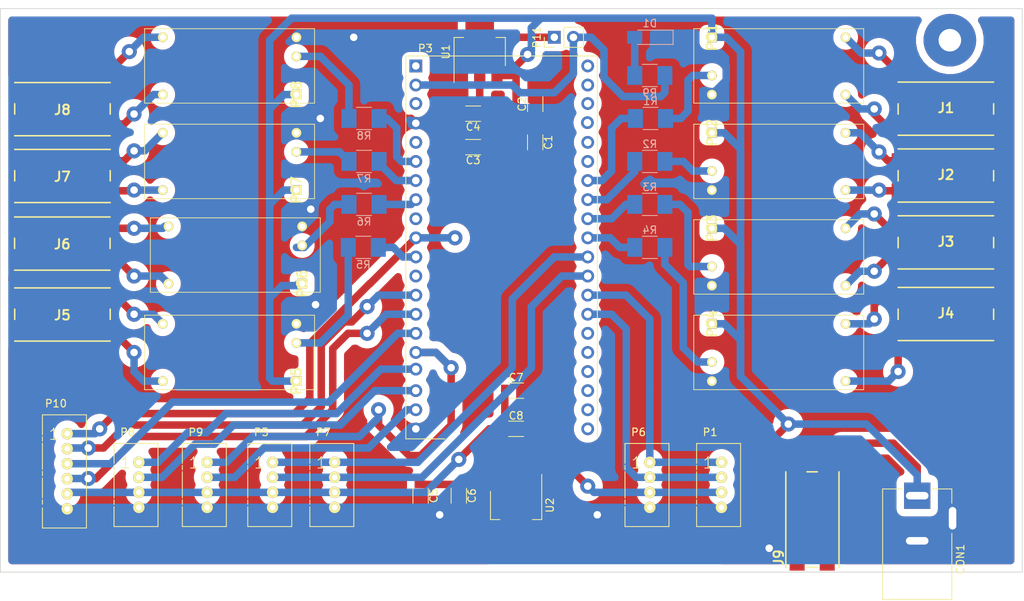
<source format=kicad_pcb>
(kicad_pcb (version 20171130) (host pcbnew "(5.1.0)-1")
  (layers (0 F.Cu signal) (31 B.Cu signal) (34 B.Paste user) (35 F.Paste user) (36 B.SilkS user) (37 F.SilkS user) (38 B.Mask user) (39 F.Mask user) (44 Edge.Cuts user))
  (net 0 "")
  (net 1 /VCC24)
  (net 2 GND)
  (net 3 "Net-(C3-Pad1)")
  (net 4 /VCC_1)
  (net 5 "Net-(D1-Pad2)")
  (net 6 "Net-(J1-Pad1)")
  (net 7 "Net-(J1-Pad3)")
  (net 8 "Net-(J2-Pad1)")
  (net 9 "Net-(J2-Pad3)")
  (net 10 "Net-(J3-Pad1)")
  (net 11 "Net-(J3-Pad3)")
  (net 12 "Net-(J4-Pad1)")
  (net 13 "Net-(J4-Pad3)")
  (net 14 "Net-(J5-Pad1)")
  (net 15 "Net-(J5-Pad3)")
  (net 16 "Net-(J6-Pad1)")
  (net 17 "Net-(J6-Pad3)")
  (net 18 "Net-(J7-Pad1)")
  (net 19 "Net-(J7-Pad3)")
  (net 20 "Net-(J8-Pad1)")
  (net 21 "Net-(J8-Pad3)")
  (net 22 /Ain1)
  (net 23 /Ain2)
  (net 24 "Net-(P11-Pad2)")
  (net 25 /PWM08_)
  (net 26 /PWM07_)
  (net 27 /Din1)
  (net 28 /CS)
  (net 29 /Din2)
  (net 30 /SCLK)
  (net 31 /MOSI)
  (net 32 /MISO)
  (net 33 /SCL)
  (net 34 /RX)
  (net 35 /TX)
  (net 36 /SDA)
  (net 37 "Net-(P3-Pad27)")
  (net 38 "Net-(P3-Pad28)")
  (net 39 "Net-(P3-Pad29)")
  (net 40 "Net-(P3-Pad30)")
  (net 41 /PWM01)
  (net 42 /PWM02)
  (net 43 /PWM03)
  (net 44 /PWM04)
  (net 45 /PWM05)
  (net 46 /PWM06)
  (net 47 /PWM07)
  (net 48 /PWM08)
  (net 49 /PWM06_)
  (net 50 /PWM05_)
  (module fp:connect_esp32Thing (layer F.Cu) (at 133.985 58.42)
    (fp_text reference P3 (at 1.27 -2.33) (layer F.SilkS))
    (fp_text value ESP32_sparkfun)
    (pad 1 thru_hole rect (at 0 0) (size 1.7 1.7) (drill 1) (layers *.Cu *.Mask))
    (pad 2 thru_hole oval (at 0 2.54) (size 1.7 1.7) (drill 1) (layers *.Cu *.Mask) (net 24 "Net-(P11-Pad2)"))
    (pad 3 thru_hole oval (at 0 5) (size 1.7 1.7) (drill 1) (layers *.Cu *.Mask))
    (pad 4 thru_hole oval (at 0 7.62) (size 1.7 1.7) (drill 1) (layers *.Cu *.Mask) (net 2 GND))
    (pad 5 thru_hole oval (at 0 10.16) (size 1.7 1.7) (drill 1) (layers *.Cu *.Mask))
    (pad 6 thru_hole oval (at 0 12.7) (size 1.7 1.7) (drill 1) (layers *.Cu *.Mask) (net 25 /PWM08_))
    (pad 7 thru_hole oval (at 0 15.24) (size 1.7 1.7) (drill 1) (layers *.Cu *.Mask) (net 26 /PWM07_))
    (pad 8 thru_hole oval (at 0 17.78) (size 1.7 1.7) (drill 1) (layers *.Cu *.Mask) (net 49 /PWM06_))
    (pad 9 thru_hole oval (at 0 20.32) (size 1.7 1.7) (drill 1) (layers *.Cu *.Mask))
    (pad 10 thru_hole oval (at 0 22.86) (size 1.7 1.7) (drill 1) (layers *.Cu *.Mask) (net 28 /CS))
    (pad 11 thru_hole oval (at 0 25.4) (size 1.7 1.7) (drill 1) (layers *.Cu *.Mask) (net 50 /PWM05_))
    (pad 12 thru_hole oval (at 0 27.94) (size 1.7 1.7) (drill 1) (layers *.Cu *.Mask))
    (pad 13 thru_hole oval (at 0 30.48) (size 1.7 1.7) (drill 1) (layers *.Cu *.Mask) (net 30 /SCLK))
    (pad 14 thru_hole oval (at 0 33.02) (size 1.7 1.7) (drill 1) (layers *.Cu *.Mask) (net 31 /MOSI))
    (pad 15 thru_hole oval (at 0 35.56) (size 1.7 1.7) (drill 1) (layers *.Cu *.Mask) (net 32 /MISO))
    (pad 16 thru_hole oval (at 0 38.1) (size 1.7 1.7) (drill 1) (layers *.Cu *.Mask) (net 33 /SCL))
    (pad 17 thru_hole oval (at 0 40.32) (size 1.7 1.7) (drill 1) (layers *.Cu *.Mask) (net 34 /RX))
    (pad 18 thru_hole oval (at 0 43.18) (size 1.7 1.7) (drill 1) (layers *.Cu *.Mask) (net 35 /TX))
    (pad 19 thru_hole oval (at 0 45.72) (size 1.7 1.7) (drill 1) (layers *.Cu *.Mask) (net 36 /SDA))
    (pad 20 thru_hole oval (at 0 48.26) (size 1.7 1.7) (drill 1) (layers *.Cu *.Mask) (net 2 GND))
    (pad 21 thru_hole oval (at 22.86 0) (size 1.7 1.7) (drill 1) (layers *.Cu *.Mask))
    (pad 22 thru_hole oval (at 22.86 2.54) (size 1.7 1.7) (drill 1) (layers *.Cu *.Mask))
    (pad 23 thru_hole oval (at 22.86 5) (size 1.7 1.7) (drill 1) (layers *.Cu *.Mask))
    (pad 24 thru_hole oval (at 22.82 7.54) (size 1.7 1.7) (drill 1) (layers *.Cu *.Mask))
    (pad 25 thru_hole oval (at 22.86 10.16) (size 1.7 1.7) (drill 1) (layers *.Cu *.Mask))
    (pad 26 thru_hole oval (at 22.86 12.7) (size 1.7 1.7) (drill 1) (layers *.Cu *.Mask))
    (pad 27 thru_hole oval (at 22.86 15.24) (size 1.7 1.7) (drill 1) (layers *.Cu *.Mask) (net 37 "Net-(P3-Pad27)"))
    (pad 28 thru_hole oval (at 22.86 17.78) (size 1.7 1.7) (drill 1) (layers *.Cu *.Mask) (net 38 "Net-(P3-Pad28)"))
    (pad 29 thru_hole oval (at 22.86 20.32) (size 1.7 1.7) (drill 1) (layers *.Cu *.Mask) (net 39 "Net-(P3-Pad29)"))
    (pad 30 thru_hole oval (at 22.86 22.86) (size 1.7 1.7) (drill 1) (layers *.Cu *.Mask) (net 40 "Net-(P3-Pad30)"))
    (pad 31 thru_hole oval (at 22.86 25.4) (size 1.7 1.7) (drill 1) (layers *.Cu *.Mask) (net 27 /Din1))
    (pad 32 thru_hole oval (at 22.86 27.94) (size 1.7 1.7) (drill 1) (layers *.Cu *.Mask) (net 29 /Din2))
    (pad 33 thru_hole oval (at 22.86 30.48) (size 1.7 1.7) (drill 1) (layers *.Cu *.Mask) (net 22 /Ain1))
    (pad 34 thru_hole oval (at 22.86 33.02) (size 1.7 1.7) (drill 1) (layers *.Cu *.Mask) (net 23 /Ain2))
    (pad 35 thru_hole oval (at 22.86 35.56) (size 1.7 1.7) (drill 1) (layers *.Cu *.Mask))
    (pad 36 thru_hole oval (at 22.86 38.1) (size 1.7 1.7) (drill 1) (layers *.Cu *.Mask))
    (pad 37 thru_hole oval (at 22.86 40.64) (size 1.7 1.7) (drill 1) (layers *.Cu *.Mask))
    (pad 38 thru_hole oval (at 22.86 43.18) (size 1.7 1.7) (drill 1) (layers *.Cu *.Mask))
    (pad 39 thru_hole oval (at 22.86 45.72) (size 1.7 1.7) (drill 1) (layers *.Cu *.Mask))
    (pad 40 thru_hole oval (at 22.86 48.26) (size 1.7 1.7) (drill 1) (layers *.Cu *.Mask))
  )
  (module Capacitors_SMD:C_1206 (layer F.Cu) (at 149.86 68.58 270)
    (fp_text reference C1 (at 0 -1.75 270) (layer F.SilkS))
    (fp_text value C)
    (pad 1 smd rect (at -1.5 0 270) (size 1 1.6) (layers F.Cu F.Paste F.Mask) (net 1 /VCC24))
    (pad 2 smd rect (at 1.5 0 270) (size 1 1.6) (layers F.Cu F.Paste F.Mask) (net 2 GND))
  )
  (module Capacitors_SMD:C_1206 (layer F.Cu) (at 149.86 63.5 90)
    (fp_text reference C2 (at 0 -1.75 90) (layer F.SilkS))
    (fp_text value C)
    (pad 1 smd rect (at -1.5 0 90) (size 1 1.6) (layers F.Cu F.Paste F.Mask) (net 1 /VCC24))
    (pad 2 smd rect (at 1.5 0 90) (size 1 1.6) (layers F.Cu F.Paste F.Mask) (net 2 GND))
  )
  (module Capacitors_SMD:C_1206 (layer F.Cu) (at 141.605 69.215 180)
    (fp_text reference C3 (at 0 -1.75 180) (layer F.SilkS))
    (fp_text value C)
    (pad 1 smd rect (at -1.5 0 180) (size 1 1.6) (layers F.Cu F.Paste F.Mask) (net 3 "Net-(C3-Pad1)"))
    (pad 2 smd rect (at 1.5 0 180) (size 1 1.6) (layers F.Cu F.Paste F.Mask) (net 2 GND))
  )
  (module Capacitors_SMD:C_1206 (layer F.Cu) (at 141.605 64.77 180)
    (fp_text reference C4 (at 0 -1.75 180) (layer F.SilkS))
    (fp_text value C)
    (pad 1 smd rect (at -1.5 0 180) (size 1 1.6) (layers F.Cu F.Paste F.Mask) (net 3 "Net-(C3-Pad1)"))
    (pad 2 smd rect (at 1.5 0 180) (size 1 1.6) (layers F.Cu F.Paste F.Mask) (net 2 GND))
  )
  (module Capacitors_SMD:C_1206 (layer F.Cu) (at 134.62 115.57 270)
    (fp_text reference C5 (at 0 -1.75 270) (layer F.SilkS))
    (fp_text value C)
    (pad 1 smd rect (at -1.5 0 270) (size 1 1.6) (layers F.Cu F.Paste F.Mask) (net 1 /VCC24))
    (pad 2 smd rect (at 1.5 0 270) (size 1 1.6) (layers F.Cu F.Paste F.Mask) (net 2 GND))
  )
  (module Capacitors_SMD:C_1206 (layer F.Cu) (at 139.7 115.57 270)
    (fp_text reference C6 (at 0 -1.75 270) (layer F.SilkS))
    (fp_text value C)
    (pad 1 smd rect (at -1.5 0 270) (size 1 1.6) (layers F.Cu F.Paste F.Mask) (net 1 /VCC24))
    (pad 2 smd rect (at 1.5 0 270) (size 1 1.6) (layers F.Cu F.Paste F.Mask) (net 2 GND))
  )
  (module Capacitors_SMD:C_1206 (layer F.Cu) (at 147.32 101.6)
    (fp_text reference C7 (at 0 -1.75) (layer F.SilkS))
    (fp_text value C)
    (pad 1 smd rect (at -1.5 0) (size 1 1.6) (layers F.Cu F.Paste F.Mask) (net 4 /VCC_1))
    (pad 2 smd rect (at 1.5 0) (size 1 1.6) (layers F.Cu F.Paste F.Mask) (net 2 GND))
  )
  (module Capacitors_SMD:C_1206 (layer F.Cu) (at 147.32 106.68)
    (fp_text reference C8 (at 0 -1.75) (layer F.SilkS))
    (fp_text value C)
    (pad 1 smd rect (at -1.5 0) (size 1 1.6) (layers F.Cu F.Paste F.Mask) (net 4 /VCC_1))
    (pad 2 smd rect (at 1.5 0) (size 1 1.6) (layers F.Cu F.Paste F.Mask) (net 2 GND))
  )
  (module Connect:BARREL_JACK (layer F.Cu) (at 200.66 115.57 90)
    (fp_text reference CON1 (at -8.45 5.75 -90) (layer F.SilkS))
    (fp_text value BARREL_JACK)
    (pad 1 thru_hole rect (at 0 0 90) (size 3.5 3.5) (drill oval 1 3) (layers *.Cu *.Mask) (net 1 /VCC24))
    (pad 2 thru_hole rect (at -6 0 90) (size 3.5 3.5) (drill oval 1 3) (layers *.Cu *.Mask) (net 2 GND))
    (pad 3 thru_hole rect (at -3 4.7 90) (size 3.5 3.5) (drill oval 3 1) (layers *.Cu *.Mask) (net 2 GND))
  )
  (module LEDs:LED_1206_HandSoldering (layer B.Cu) (at 165.1 54.61 180)
    (fp_text reference D1 (at 0 1.85 180) (layer B.SilkS) (effects (justify mirror)))
    (fp_text value LED)
    (pad 1 smd rect (at -2 0 180) (size 2 1.7) (layers B.Cu B.Paste B.Mask) (net 2 GND))
    (pad 2 smd rect (at 2 0 180) (size 2 1.7) (layers B.Cu B.Paste B.Mask) (net 5 "Net-(D1-Pad2)"))
  )
  (module fp:2060-452998-404 (layer F.Cu) (at 210.82 64.135 180)
    (fp_text reference J1 (at 6.33802 0.12686 180) (layer F.SilkS) (effects (font (size 1.27 1.27) (thickness 0.254))))
    (fp_text value connector hide)
    (pad 1 smd rect (at 11.808 2 270) (size 2 3.5) (layers F.Cu F.Paste F.Mask) (net 6 "Net-(J1-Pad1)"))
    (pad 2 smd rect (at 2.558 2 270) (size 2 6) (layers F.Cu F.Paste F.Mask))
    (pad 3 smd rect (at 11.808 -2 270) (size 2 3.5) (layers F.Cu F.Paste F.Mask) (net 7 "Net-(J1-Pad3)"))
    (pad 4 smd rect (at 2.558 -2 270) (size 2 6) (layers F.Cu F.Paste F.Mask))
  )
  (module fp:2060-452998-404 (layer F.Cu) (at 210.82 73.025 180)
    (fp_text reference J2 (at 6.33802 0.12686 180) (layer F.SilkS) (effects (font (size 1.27 1.27) (thickness 0.254))))
    (fp_text value connector hide)
    (pad 1 smd rect (at 11.808 2 270) (size 2 3.5) (layers F.Cu F.Paste F.Mask) (net 8 "Net-(J2-Pad1)"))
    (pad 2 smd rect (at 2.558 2 270) (size 2 6) (layers F.Cu F.Paste F.Mask))
    (pad 3 smd rect (at 11.808 -2 270) (size 2 3.5) (layers F.Cu F.Paste F.Mask) (net 9 "Net-(J2-Pad3)"))
    (pad 4 smd rect (at 2.558 -2 270) (size 2 6) (layers F.Cu F.Paste F.Mask))
  )
  (module fp:2060-452998-404 (layer F.Cu) (at 210.82 81.915 180)
    (fp_text reference J3 (at 6.33802 0.12686 180) (layer F.SilkS) (effects (font (size 1.27 1.27) (thickness 0.254))))
    (fp_text value connector hide)
    (pad 1 smd rect (at 11.808 2 270) (size 2 3.5) (layers F.Cu F.Paste F.Mask) (net 10 "Net-(J3-Pad1)"))
    (pad 2 smd rect (at 2.558 2 270) (size 2 6) (layers F.Cu F.Paste F.Mask))
    (pad 3 smd rect (at 11.808 -2 270) (size 2 3.5) (layers F.Cu F.Paste F.Mask) (net 11 "Net-(J3-Pad3)"))
    (pad 4 smd rect (at 2.558 -2 270) (size 2 6) (layers F.Cu F.Paste F.Mask))
  )
  (module fp:2060-452998-404 (layer F.Cu) (at 210.82 91.44 180)
    (fp_text reference J4 (at 6.33802 0.12686 180) (layer F.SilkS) (effects (font (size 1.27 1.27) (thickness 0.254))))
    (fp_text value connector hide)
    (pad 1 smd rect (at 11.808 2 270) (size 2 3.5) (layers F.Cu F.Paste F.Mask) (net 12 "Net-(J4-Pad1)"))
    (pad 2 smd rect (at 2.558 2 270) (size 2 6) (layers F.Cu F.Paste F.Mask))
    (pad 3 smd rect (at 11.808 -2 270) (size 2 3.5) (layers F.Cu F.Paste F.Mask) (net 13 "Net-(J4-Pad3)"))
    (pad 4 smd rect (at 2.558 -2 270) (size 2 6) (layers F.Cu F.Paste F.Mask))
  )
  (module fp:2060-452998-404 (layer F.Cu) (at 80.645 91.44)
    (fp_text reference J5 (at 6.33802 0.12686) (layer F.SilkS) (effects (font (size 1.27 1.27) (thickness 0.254))))
    (fp_text value connector hide)
    (pad 1 smd rect (at 11.808 2 90) (size 2 3.5) (layers F.Cu F.Paste F.Mask) (net 14 "Net-(J5-Pad1)"))
    (pad 2 smd rect (at 2.558 2 90) (size 2 6) (layers F.Cu F.Paste F.Mask))
    (pad 3 smd rect (at 11.808 -2 90) (size 2 3.5) (layers F.Cu F.Paste F.Mask) (net 15 "Net-(J5-Pad3)"))
    (pad 4 smd rect (at 2.558 -2 90) (size 2 6) (layers F.Cu F.Paste F.Mask))
  )
  (module fp:2060-452998-404 (layer F.Cu) (at 80.627 82.01)
    (fp_text reference J6 (at 6.33802 0.12686) (layer F.SilkS) (effects (font (size 1.27 1.27) (thickness 0.254))))
    (fp_text value connector hide)
    (pad 1 smd rect (at 11.808 2 90) (size 2 3.5) (layers F.Cu F.Paste F.Mask) (net 16 "Net-(J6-Pad1)"))
    (pad 2 smd rect (at 2.558 2 90) (size 2 6) (layers F.Cu F.Paste F.Mask))
    (pad 3 smd rect (at 11.808 -2 90) (size 2 3.5) (layers F.Cu F.Paste F.Mask) (net 17 "Net-(J6-Pad3)"))
    (pad 4 smd rect (at 2.558 -2 90) (size 2 6) (layers F.Cu F.Paste F.Mask))
  )
  (module fp:2060-452998-404 (layer F.Cu) (at 80.645 73.025)
    (fp_text reference J7 (at 6.33802 0.12686) (layer F.SilkS) (effects (font (size 1.27 1.27) (thickness 0.254))))
    (fp_text value connector hide)
    (pad 1 smd rect (at 11.808 2 90) (size 2 3.5) (layers F.Cu F.Paste F.Mask) (net 18 "Net-(J7-Pad1)"))
    (pad 2 smd rect (at 2.558 2 90) (size 2 6) (layers F.Cu F.Paste F.Mask))
    (pad 3 smd rect (at 11.808 -2 90) (size 2 3.5) (layers F.Cu F.Paste F.Mask) (net 19 "Net-(J7-Pad3)"))
    (pad 4 smd rect (at 2.558 -2 90) (size 2 6) (layers F.Cu F.Paste F.Mask))
  )
  (module fp:2060-452998-404 (layer F.Cu) (at 186.69 125.095 90)
    (fp_text reference J9 (at 1.27 -4.445 90) (layer F.SilkS) (effects (font (size 1.27 1.27) (thickness 0.254))))
    (fp_text value connector hide)
    (pad 1 smd rect (at 11.808 2 180) (size 2 3.5) (layers F.Cu F.Paste F.Mask) (net 1 /VCC24))
    (pad 2 smd rect (at 2.558 2 180) (size 2 6) (layers F.Cu F.Paste F.Mask))
    (pad 3 smd rect (at 11.808 -2 180) (size 2 3.5) (layers F.Cu F.Paste F.Mask) (net 2 GND))
    (pad 4 smd rect (at 2.558 -2 180) (size 2 6) (layers F.Cu F.Paste F.Mask))
  )
  (module fp:Grove_1x04 (layer F.Cu) (at 174.625 111.125)
    (fp_text reference P1 (at -1.5 -4) (layer F.SilkS))
    (fp_text value CONN_A0-1)
    (fp_text user 1 (at -1.775 0.075) (layer F.SilkS) (effects (font (size 1.5 1.5) (thickness 0.12))))
    (pad 1 thru_hole circle (at 0 0) (size 1.524 1.524) (drill 0.762) (layers *.Cu *.Mask F.SilkS) (net 22 /Ain1))
    (pad 2 thru_hole circle (at 0 2) (size 1.524 1.524) (drill 0.762) (layers *.Cu *.Mask F.SilkS) (net 23 /Ain2))
    (pad 3 thru_hole circle (at 0 4) (size 1.524 1.524) (drill 0.762) (layers *.Cu *.Mask F.SilkS) (net 4 /VCC_1))
    (pad 4 thru_hole circle (at 0 6) (size 1.524 1.524) (drill 0.762) (layers *.Cu *.Mask F.SilkS) (net 2 GND))
  )
  (module fp:Grove_1x04 (layer F.Cu) (at 114.935 111.125)
    (fp_text reference P5 (at -1.5 -4) (layer F.SilkS))
    (fp_text value CONN_D0-1)
    (fp_text user 1 (at -1.775 0.075) (layer F.SilkS) (effects (font (size 1.5 1.5) (thickness 0.12))))
    (pad 1 thru_hole circle (at 0 0) (size 1.524 1.524) (drill 0.762) (layers *.Cu *.Mask F.SilkS) (net 27 /Din1))
    (pad 2 thru_hole circle (at 0 2) (size 1.524 1.524) (drill 0.762) (layers *.Cu *.Mask F.SilkS) (net 29 /Din2))
    (pad 3 thru_hole circle (at 0 4) (size 1.524 1.524) (drill 0.762) (layers *.Cu *.Mask F.SilkS) (net 4 /VCC_1))
    (pad 4 thru_hole circle (at 0 6) (size 1.524 1.524) (drill 0.762) (layers *.Cu *.Mask F.SilkS) (net 2 GND))
  )
  (module fp:Grove_1x04 (layer F.Cu) (at 165.1 111.125)
    (fp_text reference P6 (at -1.5 -4) (layer F.SilkS))
    (fp_text value CONN_A0-1)
    (fp_text user 1 (at -1.775 0.075) (layer F.SilkS) (effects (font (size 1.5 1.5) (thickness 0.12))))
    (pad 1 thru_hole circle (at 0 0) (size 1.524 1.524) (drill 0.762) (layers *.Cu *.Mask F.SilkS) (net 22 /Ain1))
    (pad 2 thru_hole circle (at 0 2) (size 1.524 1.524) (drill 0.762) (layers *.Cu *.Mask F.SilkS) (net 23 /Ain2))
    (pad 3 thru_hole circle (at 0 4) (size 1.524 1.524) (drill 0.762) (layers *.Cu *.Mask F.SilkS) (net 4 /VCC_1))
    (pad 4 thru_hole circle (at 0 6) (size 1.524 1.524) (drill 0.762) (layers *.Cu *.Mask F.SilkS) (net 2 GND))
  )
  (module fp:Grove_1x04 (layer F.Cu) (at 123.19 111.125)
    (fp_text reference P7 (at -1.5 -4) (layer F.SilkS))
    (fp_text value CONN_D0-1)
    (fp_text user 1 (at -1.775 0.075) (layer F.SilkS) (effects (font (size 1.5 1.5) (thickness 0.12))))
    (pad 1 thru_hole circle (at 0 0) (size 1.524 1.524) (drill 0.762) (layers *.Cu *.Mask F.SilkS) (net 27 /Din1))
    (pad 2 thru_hole circle (at 0 2) (size 1.524 1.524) (drill 0.762) (layers *.Cu *.Mask F.SilkS) (net 29 /Din2))
    (pad 3 thru_hole circle (at 0 4) (size 1.524 1.524) (drill 0.762) (layers *.Cu *.Mask F.SilkS) (net 4 /VCC_1))
    (pad 4 thru_hole circle (at 0 6) (size 1.524 1.524) (drill 0.762) (layers *.Cu *.Mask F.SilkS) (net 2 GND))
  )
  (module fp:Grove_1x04 (layer F.Cu) (at 97.155 111.125)
    (fp_text reference P8 (at -1.5 -4) (layer F.SilkS))
    (fp_text value CONN_UART)
    (fp_text user 1 (at -1.775 0.075) (layer F.SilkS) (effects (font (size 1.5 1.5) (thickness 0.12))))
    (pad 1 thru_hole circle (at 0 0) (size 1.524 1.524) (drill 0.762) (layers *.Cu *.Mask F.SilkS) (net 34 /RX))
    (pad 2 thru_hole circle (at 0 2) (size 1.524 1.524) (drill 0.762) (layers *.Cu *.Mask F.SilkS) (net 35 /TX))
    (pad 3 thru_hole circle (at 0 4) (size 1.524 1.524) (drill 0.762) (layers *.Cu *.Mask F.SilkS) (net 4 /VCC_1))
    (pad 4 thru_hole circle (at 0 6) (size 1.524 1.524) (drill 0.762) (layers *.Cu *.Mask F.SilkS) (net 2 GND))
  )
  (module fp:Grove_1x04 (layer F.Cu) (at 106.235 111.125)
    (fp_text reference P9 (at -1.5 -4) (layer F.SilkS))
    (fp_text value CONN_I2C)
    (fp_text user 1 (at -1.775 0.075) (layer F.SilkS) (effects (font (size 1.5 1.5) (thickness 0.12))))
    (pad 1 thru_hole circle (at 0 0) (size 1.524 1.524) (drill 0.762) (layers *.Cu *.Mask F.SilkS) (net 33 /SCL))
    (pad 2 thru_hole circle (at 0 2) (size 1.524 1.524) (drill 0.762) (layers *.Cu *.Mask F.SilkS) (net 36 /SDA))
    (pad 3 thru_hole circle (at 0 4) (size 1.524 1.524) (drill 0.762) (layers *.Cu *.Mask F.SilkS) (net 4 /VCC_1))
    (pad 4 thru_hole circle (at 0 6) (size 1.524 1.524) (drill 0.762) (layers *.Cu *.Mask F.SilkS) (net 2 GND))
  )
  (module fp:Grove_1x06 (layer F.Cu) (at 87.63 107.315)
    (fp_text reference P10 (at -1.5 -4) (layer F.SilkS))
    (fp_text value CONN_01X06)
    (fp_text user 1 (at -1.775 0.075) (layer F.SilkS) (effects (font (size 1.5 1.5) (thickness 0.12))))
    (pad 1 thru_hole circle (at 0 0) (size 1.524 1.524) (drill 0.762) (layers *.Cu *.Mask F.SilkS) (net 28 /CS))
    (pad 2 thru_hole circle (at 0 2) (size 1.524 1.524) (drill 0.762) (layers *.Cu *.Mask F.SilkS) (net 30 /SCLK))
    (pad 3 thru_hole circle (at 0 4) (size 1.524 1.524) (drill 0.762) (layers *.Cu *.Mask F.SilkS) (net 32 /MISO))
    (pad 4 thru_hole circle (at 0 6) (size 1.524 1.524) (drill 0.762) (layers *.Cu *.Mask F.SilkS) (net 31 /MOSI))
    (pad 5 thru_hole circle (at 0 8) (size 1.524 1.524) (drill 0.762) (layers *.Cu *.Mask F.SilkS) (net 4 /VCC_1))
    (pad 6 thru_hole circle (at 0 10) (size 1.524 1.524) (drill 0.762) (layers *.Cu *.Mask F.SilkS) (net 2 GND))
  )
  (module Pin_Headers:Pin_Header_Straight_1x02_Pitch2.54mm (layer F.Cu) (at 152.4 54.61 90)
    (fp_text reference P11 (at 0 -2.33 90) (layer F.SilkS))
    (fp_text value CONN_01X02)
    (pad 1 thru_hole rect (at 0 0 90) (size 1.7 1.7) (drill 1) (layers *.Cu *.Mask) (net 3 "Net-(C3-Pad1)"))
    (pad 2 thru_hole oval (at 0 2.54 90) (size 1.7 1.7) (drill 1) (layers *.Cu *.Mask) (net 24 "Net-(P11-Pad2)"))
  )
  (module fp:LDD-XXXL (layer F.Cu) (at 173.355 54.61 90)
    (fp_text reference PS1 (at 0 0 90) (layer F.SilkS) (effects (font (size 1.27 1.27) (thickness 0.254))))
    (fp_text value LDD-300L hide)
    (pad 4 thru_hole circle (at -7.62 0 180) (size 1.3 1.3) (drill 0.8) (layers *.Cu *.Mask F.SilkS) (net 2 GND))
    (pad 1 thru_hole rect (at 0 0 180) (size 1.3 1.3) (drill 0.8) (layers *.Cu *.Mask F.SilkS) (net 1 /VCC24))
    (pad 5 thru_hole circle (at -7.62 17.78 180) (size 1.3 1.3) (drill 0.8) (layers *.Cu *.Mask F.SilkS) (net 7 "Net-(J1-Pad3)"))
    (pad 6 thru_hole circle (at 0 17.78 180) (size 1.3 1.3) (drill 0.8) (layers *.Cu *.Mask F.SilkS) (net 6 "Net-(J1-Pad1)"))
    (pad 3 thru_hole circle (at -5.08 0 180) (size 1.3 1.3) (drill 0.8) (layers *.Cu *.Mask F.SilkS) (net 41 /PWM01))
  )
  (module fp:LDD-XXXL (layer F.Cu) (at 173.355 67.31 90)
    (fp_text reference PS2 (at 0 0 90) (layer F.SilkS) (effects (font (size 1.27 1.27) (thickness 0.254))))
    (fp_text value LDD-300L hide)
    (pad 4 thru_hole circle (at -7.62 0 180) (size 1.3 1.3) (drill 0.8) (layers *.Cu *.Mask F.SilkS) (net 2 GND))
    (pad 1 thru_hole rect (at 0 0 180) (size 1.3 1.3) (drill 0.8) (layers *.Cu *.Mask F.SilkS) (net 1 /VCC24))
    (pad 5 thru_hole circle (at -7.62 17.78 180) (size 1.3 1.3) (drill 0.8) (layers *.Cu *.Mask F.SilkS) (net 9 "Net-(J2-Pad3)"))
    (pad 6 thru_hole circle (at 0 17.78 180) (size 1.3 1.3) (drill 0.8) (layers *.Cu *.Mask F.SilkS) (net 8 "Net-(J2-Pad1)"))
    (pad 3 thru_hole circle (at -5.08 0 180) (size 1.3 1.3) (drill 0.8) (layers *.Cu *.Mask F.SilkS) (net 42 /PWM02))
  )
  (module fp:LDD-XXXL (layer F.Cu) (at 173.355 80.01 90)
    (fp_text reference PS3 (at 0 0 90) (layer F.SilkS) (effects (font (size 1.27 1.27) (thickness 0.254))))
    (fp_text value LDD-300L hide)
    (pad 4 thru_hole circle (at -7.62 0 180) (size 1.3 1.3) (drill 0.8) (layers *.Cu *.Mask F.SilkS) (net 2 GND))
    (pad 1 thru_hole rect (at 0 0 180) (size 1.3 1.3) (drill 0.8) (layers *.Cu *.Mask F.SilkS) (net 1 /VCC24))
    (pad 5 thru_hole circle (at -7.62 17.78 180) (size 1.3 1.3) (drill 0.8) (layers *.Cu *.Mask F.SilkS) (net 11 "Net-(J3-Pad3)"))
    (pad 6 thru_hole circle (at 0 17.78 180) (size 1.3 1.3) (drill 0.8) (layers *.Cu *.Mask F.SilkS) (net 10 "Net-(J3-Pad1)"))
    (pad 3 thru_hole circle (at -5.08 0 180) (size 1.3 1.3) (drill 0.8) (layers *.Cu *.Mask F.SilkS) (net 43 /PWM03))
  )
  (module fp:LDD-XXXL (layer F.Cu) (at 173.355 92.71 90)
    (fp_text reference PS4 (at 0 0 90) (layer F.SilkS) (effects (font (size 1.27 1.27) (thickness 0.254))))
    (fp_text value LDD-300L hide)
    (pad 4 thru_hole circle (at -7.62 0 180) (size 1.3 1.3) (drill 0.8) (layers *.Cu *.Mask F.SilkS) (net 2 GND))
    (pad 1 thru_hole rect (at 0 0 180) (size 1.3 1.3) (drill 0.8) (layers *.Cu *.Mask F.SilkS) (net 1 /VCC24))
    (pad 5 thru_hole circle (at -7.62 17.78 180) (size 1.3 1.3) (drill 0.8) (layers *.Cu *.Mask F.SilkS) (net 13 "Net-(J4-Pad3)"))
    (pad 6 thru_hole circle (at 0 17.78 180) (size 1.3 1.3) (drill 0.8) (layers *.Cu *.Mask F.SilkS) (net 12 "Net-(J4-Pad1)"))
    (pad 3 thru_hole circle (at -5.08 0 180) (size 1.3 1.3) (drill 0.8) (layers *.Cu *.Mask F.SilkS) (net 44 /PWM04))
  )
  (module fp:LDD-XXXL (layer F.Cu) (at 118.11 100.33 270)
    (fp_text reference PS5 (at 0 0 270) (layer F.SilkS) (effects (font (size 1.27 1.27) (thickness 0.254))))
    (fp_text value LDD-300L hide)
    (pad 4 thru_hole circle (at -7.62 0) (size 1.3 1.3) (drill 0.8) (layers *.Cu *.Mask F.SilkS) (net 2 GND))
    (pad 1 thru_hole rect (at 0 0) (size 1.3 1.3) (drill 0.8) (layers *.Cu *.Mask F.SilkS) (net 1 /VCC24))
    (pad 5 thru_hole circle (at -7.62 17.78) (size 1.3 1.3) (drill 0.8) (layers *.Cu *.Mask F.SilkS) (net 15 "Net-(J5-Pad3)"))
    (pad 6 thru_hole circle (at 0 17.78) (size 1.3 1.3) (drill 0.8) (layers *.Cu *.Mask F.SilkS) (net 14 "Net-(J5-Pad1)"))
    (pad 3 thru_hole circle (at -5.08 0) (size 1.3 1.3) (drill 0.8) (layers *.Cu *.Mask F.SilkS) (net 45 /PWM05))
  )
  (module fp:LDD-XXXL (layer F.Cu) (at 118.872 87.376 270)
    (fp_text reference PS6 (at 0 0 270) (layer F.SilkS) (effects (font (size 1.27 1.27) (thickness 0.254))))
    (fp_text value LDD-300L hide)
    (pad 4 thru_hole circle (at -7.62 0) (size 1.3 1.3) (drill 0.8) (layers *.Cu *.Mask F.SilkS) (net 2 GND))
    (pad 1 thru_hole rect (at 0 0) (size 1.3 1.3) (drill 0.8) (layers *.Cu *.Mask F.SilkS) (net 1 /VCC24))
    (pad 5 thru_hole circle (at -7.62 17.78) (size 1.3 1.3) (drill 0.8) (layers *.Cu *.Mask F.SilkS) (net 17 "Net-(J6-Pad3)"))
    (pad 6 thru_hole circle (at 0 17.78) (size 1.3 1.3) (drill 0.8) (layers *.Cu *.Mask F.SilkS) (net 16 "Net-(J6-Pad1)"))
    (pad 3 thru_hole circle (at -5.08 0) (size 1.3 1.3) (drill 0.8) (layers *.Cu *.Mask F.SilkS) (net 46 /PWM06))
  )
  (module fp:LDD-XXXL (layer F.Cu) (at 118.11 74.93 270)
    (fp_text reference PS7 (at 0 0 270) (layer F.SilkS) (effects (font (size 1.27 1.27) (thickness 0.254))))
    (fp_text value LDD-300L hide)
    (pad 4 thru_hole circle (at -7.62 0) (size 1.3 1.3) (drill 0.8) (layers *.Cu *.Mask F.SilkS) (net 2 GND))
    (pad 1 thru_hole rect (at 0 0) (size 1.3 1.3) (drill 0.8) (layers *.Cu *.Mask F.SilkS) (net 1 /VCC24))
    (pad 5 thru_hole circle (at -7.62 17.78) (size 1.3 1.3) (drill 0.8) (layers *.Cu *.Mask F.SilkS) (net 19 "Net-(J7-Pad3)"))
    (pad 6 thru_hole circle (at 0 17.78) (size 1.3 1.3) (drill 0.8) (layers *.Cu *.Mask F.SilkS) (net 18 "Net-(J7-Pad1)"))
    (pad 3 thru_hole circle (at -5.08 0) (size 1.3 1.3) (drill 0.8) (layers *.Cu *.Mask F.SilkS) (net 47 /PWM07))
  )
  (module fp:LDD-XXXL (layer F.Cu) (at 118.11 62.23 270)
    (fp_text reference PS8 (at 0 0 270) (layer F.SilkS) (effects (font (size 1.27 1.27) (thickness 0.254))))
    (fp_text value LDD-300L hide)
    (pad 4 thru_hole circle (at -7.62 0) (size 1.3 1.3) (drill 0.8) (layers *.Cu *.Mask F.SilkS) (net 2 GND))
    (pad 1 thru_hole rect (at 0 0) (size 1.3 1.3) (drill 0.8) (layers *.Cu *.Mask F.SilkS) (net 1 /VCC24))
    (pad 5 thru_hole circle (at -7.62 17.78) (size 1.3 1.3) (drill 0.8) (layers *.Cu *.Mask F.SilkS) (net 21 "Net-(J8-Pad3)"))
    (pad 6 thru_hole circle (at 0 17.78) (size 1.3 1.3) (drill 0.8) (layers *.Cu *.Mask F.SilkS) (net 20 "Net-(J8-Pad1)"))
    (pad 3 thru_hole circle (at -5.08 0) (size 1.3 1.3) (drill 0.8) (layers *.Cu *.Mask F.SilkS) (net 48 /PWM08))
  )
  (module Resistors_SMD:R_1210_HandSoldering (layer B.Cu) (at 165.195 65.405 180)
    (fp_text reference R1 (at 0 2.3 180) (layer B.SilkS) (effects (justify mirror)))
    (fp_text value 0ohm)
    (pad 1 smd rect (at -2 0 180) (size 2 2.5) (layers B.Cu B.Paste B.Mask) (net 41 /PWM01))
    (pad 2 smd rect (at 2 0 180) (size 2 2.5) (layers B.Cu B.Paste B.Mask) (net 37 "Net-(P3-Pad27)"))
  )
  (module Resistors_SMD:R_1210_HandSoldering (layer B.Cu) (at 165.1 71.12 180)
    (fp_text reference R2 (at 0 2.3 180) (layer B.SilkS) (effects (justify mirror)))
    (fp_text value 0ohm)
    (pad 1 smd rect (at -2 0 180) (size 2 2.5) (layers B.Cu B.Paste B.Mask) (net 42 /PWM02))
    (pad 2 smd rect (at 2 0 180) (size 2 2.5) (layers B.Cu B.Paste B.Mask) (net 38 "Net-(P3-Pad28)"))
  )
  (module Resistors_SMD:R_1210_HandSoldering (layer B.Cu) (at 165.1 76.835 180)
    (fp_text reference R3 (at 0 2.3 180) (layer B.SilkS) (effects (justify mirror)))
    (fp_text value 0ohm)
    (pad 1 smd rect (at -2 0 180) (size 2 2.5) (layers B.Cu B.Paste B.Mask) (net 43 /PWM03))
    (pad 2 smd rect (at 2 0 180) (size 2 2.5) (layers B.Cu B.Paste B.Mask) (net 39 "Net-(P3-Pad29)"))
  )
  (module Resistors_SMD:R_1210_HandSoldering (layer B.Cu) (at 165.1 82.55 180)
    (fp_text reference R4 (at 0 2.3 180) (layer B.SilkS) (effects (justify mirror)))
    (fp_text value 0ohm)
    (pad 1 smd rect (at -2 0 180) (size 2 2.5) (layers B.Cu B.Paste B.Mask) (net 44 /PWM04))
    (pad 2 smd rect (at 2 0 180) (size 2 2.5) (layers B.Cu B.Paste B.Mask) (net 40 "Net-(P3-Pad30)"))
  )
  (module Resistors_SMD:R_1210_HandSoldering (layer B.Cu) (at 127 82.55)
    (fp_text reference R5 (at 0 2.3) (layer B.SilkS) (effects (justify mirror)))
    (fp_text value 0ohm)
    (pad 1 smd rect (at -2 0) (size 2 2.5) (layers B.Cu B.Paste B.Mask) (net 45 /PWM05))
    (pad 2 smd rect (at 2 0) (size 2 2.5) (layers B.Cu B.Paste B.Mask) (net 50 /PWM05_))
  )
  (module Resistors_SMD:R_1210_HandSoldering (layer B.Cu) (at 127.095 76.835)
    (fp_text reference R6 (at 0 2.3) (layer B.SilkS) (effects (justify mirror)))
    (fp_text value 0ohm)
    (pad 1 smd rect (at -2 0) (size 2 2.5) (layers B.Cu B.Paste B.Mask) (net 46 /PWM06))
    (pad 2 smd rect (at 2 0) (size 2 2.5) (layers B.Cu B.Paste B.Mask) (net 49 /PWM06_))
  )
  (module Resistors_SMD:R_1210_HandSoldering (layer B.Cu) (at 127.095 71.12)
    (fp_text reference R7 (at 0 2.3) (layer B.SilkS) (effects (justify mirror)))
    (fp_text value 0ohm)
    (pad 1 smd rect (at -2 0) (size 2 2.5) (layers B.Cu B.Paste B.Mask) (net 47 /PWM07))
    (pad 2 smd rect (at 2 0) (size 2 2.5) (layers B.Cu B.Paste B.Mask) (net 26 /PWM07_))
  )
  (module Resistors_SMD:R_1210_HandSoldering (layer B.Cu) (at 127.095 65.405)
    (fp_text reference R8 (at 0 2.3) (layer B.SilkS) (effects (justify mirror)))
    (fp_text value 0ohm)
    (pad 1 smd rect (at -2 0) (size 2 2.5) (layers B.Cu B.Paste B.Mask) (net 48 /PWM08))
    (pad 2 smd rect (at 2 0) (size 2 2.5) (layers B.Cu B.Paste B.Mask) (net 25 /PWM08_))
  )
  (module Resistors_SMD:R_1210_HandSoldering (layer B.Cu) (at 165.1 59.69)
    (fp_text reference R9 (at 0 2.3) (layer B.SilkS) (effects (justify mirror)))
    (fp_text value 1K)
    (pad 1 smd rect (at -2 0) (size 2 2.5) (layers B.Cu B.Paste B.Mask) (net 5 "Net-(D1-Pad2)"))
    (pad 2 smd rect (at 2 0) (size 2 2.5) (layers B.Cu B.Paste B.Mask) (net 24 "Net-(P11-Pad2)"))
  )
  (module TO_SOT_Packages_SMD:SOT-223 (layer F.Cu) (at 142.48 56.54 90)
    (fp_text reference U1 (at 0 -4.5 90) (layer F.SilkS))
    (fp_text value LD1117S50TR)
    (pad 4 smd rect (at 3.15 0 90) (size 2 3.8) (layers F.Cu F.Paste F.Mask))
    (pad 2 smd rect (at -3.15 0 90) (size 2 1.5) (layers F.Cu F.Paste F.Mask) (net 3 "Net-(C3-Pad1)"))
    (pad 3 smd rect (at -3.15 2.3 90) (size 2 1.5) (layers F.Cu F.Paste F.Mask) (net 1 /VCC24))
    (pad 1 smd rect (at -3.15 -2.3 90) (size 2 1.5) (layers F.Cu F.Paste F.Mask) (net 2 GND))
  )
  (module TO_SOT_Packages_SMD:SOT-223 (layer F.Cu) (at 147.32 116.84 270)
    (fp_text reference U2 (at 0 -4.5 270) (layer F.SilkS))
    (fp_text value LD1117S33TR)
    (pad 4 smd rect (at 3.15 0 270) (size 2 3.8) (layers F.Cu F.Paste F.Mask))
    (pad 2 smd rect (at -3.15 0 270) (size 2 1.5) (layers F.Cu F.Paste F.Mask) (net 4 /VCC_1))
    (pad 3 smd rect (at -3.15 2.3 270) (size 2 1.5) (layers F.Cu F.Paste F.Mask) (net 1 /VCC24))
    (pad 1 smd rect (at -3.15 -2.3 270) (size 2 1.5) (layers F.Cu F.Paste F.Mask) (net 2 GND))
  )
  (module fp:2060-452998-404 (layer F.Cu) (at 80.645 64.135)
    (fp_text reference J8 (at 6.33802 0.12686) (layer F.SilkS) (effects (font (size 1.27 1.27) (thickness 0.254))))
    (fp_text value connector hide)
    (pad 1 smd rect (at 11.808 2 90) (size 2 3.5) (layers F.Cu F.Paste F.Mask) (net 20 "Net-(J8-Pad1)"))
    (pad 2 smd rect (at 2.558 2 90) (size 2 6) (layers F.Cu F.Paste F.Mask))
    (pad 3 smd rect (at 11.808 -2 90) (size 2 3.5) (layers F.Cu F.Paste F.Mask) (net 21 "Net-(J8-Pad3)"))
    (pad 4 smd rect (at 2.558 -2 90) (size 2 6) (layers F.Cu F.Paste F.Mask))
  )
  (gr_line (start 78.74 125.73) (end 214.63 125.73) (layer Edge.Cuts) (width 0.1))
  (gr_line (start 78.74 50.8) (end 78.74 125.73) (layer Edge.Cuts) (width 0.1))
  (gr_line (start 214.63 50.8) (end 214.63 125.73) (layer Edge.Cuts) (width 0.1))
  (gr_line (start 78.74 50.8) (end 214.63 50.8) (layer Edge.Cuts) (width 0.1))
  (via (at 205 55) (size 7) (drill 3) (layers F.Cu B.Cu) (net 0))
  (segment (start 188.69 110.537) (end 190.642 108.585) (width 1) (layer F.Cu) (net 1))
  (segment (start 188.69 113.287) (end 188.69 110.537) (width 1) (layer F.Cu) (net 1))
  (segment (start 190.642 108.585) (end 197.485 108.585) (width 1) (layer F.Cu) (net 1))
  (segment (start 200.66 111.76) (end 200.66 115.57) (width 1) (layer F.Cu) (net 1))
  (segment (start 197.485 108.585) (end 200.66 111.76) (width 1) (layer F.Cu) (net 1))
  (segment (start 200.66 112.82) (end 193.885 106.045) (width 1) (layer B.Cu) (net 1))
  (segment (start 200.66 115.57) (end 200.66 112.82) (width 1) (layer B.Cu) (net 1))
  (segment (start 193.885 106.045) (end 183.515 106.045) (width 1) (layer B.Cu) (net 1))
  (segment (start 183.515 106.045) (end 177.165 99.695) (width 1) (layer B.Cu) (net 1))
  (segment (start 175.005 80.01) (end 177.165 82.17) (width 1) (layer B.Cu) (net 1))
  (segment (start 173.355 80.01) (end 175.005 80.01) (width 1) (layer B.Cu) (net 1))
  (segment (start 175.005 67.31) (end 177.165 69.47) (width 1) (layer B.Cu) (net 1))
  (segment (start 173.355 67.31) (end 175.005 67.31) (width 1) (layer B.Cu) (net 1))
  (segment (start 177.165 82.17) (end 177.165 86.36) (width 1) (layer B.Cu) (net 1))
  (segment (start 177.165 86.36) (end 177.165 99.695) (width 1) (layer B.Cu) (net 1))
  (segment (start 173.355 54.61) (end 175.26 54.61) (width 1) (layer B.Cu) (net 1))
  (segment (start 177.165 56.515) (end 177.165 79.375) (width 1) (layer B.Cu) (net 1))
  (segment (start 175.26 54.61) (end 177.165 56.515) (width 1) (layer B.Cu) (net 1))
  (segment (start 177.165 69.47) (end 177.165 79.375) (width 1) (layer B.Cu) (net 1))
  (segment (start 177.165 79.375) (end 177.165 86.36) (width 1) (layer B.Cu) (net 1))
  (segment (start 116.46 62.23) (end 114.555 64.135) (width 1) (layer B.Cu) (net 1))
  (segment (start 118.11 62.23) (end 116.46 62.23) (width 1) (layer B.Cu) (net 1))
  (segment (start 114.935 100.33) (end 118.11 100.33) (width 1) (layer B.Cu) (net 1))
  (segment (start 114.555 99.95) (end 114.935 100.33) (width 1) (layer B.Cu) (net 1))
  (segment (start 116.205 87.63) (end 114.555 89.28) (width 1) (layer B.Cu) (net 1))
  (segment (start 118.11 87.63) (end 116.205 87.63) (width 1) (layer B.Cu) (net 1))
  (segment (start 114.555 89.28) (end 114.555 99.95) (width 1) (layer B.Cu) (net 1))
  (segment (start 114.555 76.835) (end 114.555 77.215) (width 1) (layer B.Cu) (net 1))
  (segment (start 116.46 74.93) (end 114.555 76.835) (width 1) (layer B.Cu) (net 1))
  (segment (start 118.11 74.93) (end 116.46 74.93) (width 1) (layer B.Cu) (net 1))
  (segment (start 114.555 64.135) (end 114.555 77.215) (width 1) (layer B.Cu) (net 1))
  (segment (start 114.555 77.215) (end 114.555 89.28) (width 1) (layer B.Cu) (net 1))
  (segment (start 173.355 54.61) (end 173.355 52.07) (width 1) (layer B.Cu) (net 1))
  (segment (start 147.32 59.69) (end 144.78 59.69) (width 1) (layer F.Cu) (net 1))
  (segment (start 147.725 67.08) (end 149.86 67.08) (width 1) (layer F.Cu) (net 1))
  (segment (start 147.32 66.675) (end 147.725 67.08) (width 1) (layer F.Cu) (net 1))
  (segment (start 148.06 65) (end 149.86 65) (width 1) (layer F.Cu) (net 1))
  (segment (start 147.32 64.26) (end 148.06 65) (width 1) (layer F.Cu) (net 1))
  (segment (start 147.32 64.135) (end 147.32 64.26) (width 1) (layer F.Cu) (net 1))
  (segment (start 147.32 64.135) (end 147.32 66.675) (width 1) (layer F.Cu) (net 1))
  (segment (start 147.32 59.69) (end 147.32 64.135) (width 1) (layer F.Cu) (net 1))
  (segment (start 140.08 113.69) (end 139.7 114.07) (width 1) (layer F.Cu) (net 1))
  (segment (start 139.7 114.07) (end 134.62 114.07) (width 1) (layer F.Cu) (net 1))
  (segment (start 177.165 94.87) (end 177.165 95.25) (width 1) (layer B.Cu) (net 1))
  (segment (start 175.005 92.71) (end 177.165 94.87) (width 1) (layer B.Cu) (net 1))
  (segment (start 173.355 92.71) (end 175.005 92.71) (width 1) (layer B.Cu) (net 1))
  (segment (start 177.165 99.695) (end 177.165 95.25) (width 1) (layer B.Cu) (net 1))
  (segment (start 177.165 95.25) (end 177.165 93.345) (width 1) (layer B.Cu) (net 1))
  (segment (start 114.555 54.99) (end 114.555 64.135) (width 1) (layer B.Cu) (net 1))
  (segment (start 148.59 52.07) (end 117.475 52.07) (width 1) (layer B.Cu) (net 1))
  (segment (start 117.475 52.07) (end 114.555 54.99) (width 1) (layer B.Cu) (net 1))
  (segment (start 142.646 113.69) (end 142.646 120.498) (width 1) (layer F.Cu) (net 1))
  (segment (start 142.646 113.69) (end 140.08 113.69) (width 1) (layer F.Cu) (net 1))
  (segment (start 145.02 113.69) (end 142.646 113.69) (width 1) (layer F.Cu) (net 1))
  (segment (start 142.646 120.498) (end 145.796 123.648) (width 1) (layer F.Cu) (net 1))
  (segment (start 145.796 123.648) (end 172.416 123.648) (width 1) (layer F.Cu) (net 1))
  (segment (start 172.416 123.648) (end 177.8 118.264) (width 1) (layer F.Cu) (net 1))
  (via (at 183.515 106.045) (size 2) (drill 1) (layers F.Cu B.Cu) (net 1))
  (segment (start 177.8 118.264) (end 177.8 111.76) (width 1) (layer F.Cu) (net 1))
  (segment (start 177.8 111.76) (end 183.515 106.045) (width 1) (layer F.Cu) (net 1))
  (segment (start 118.364 87.376) (end 118.11 87.63) (width 1) (layer B.Cu) (net 1))
  (segment (start 118.872 87.376) (end 118.364 87.376) (width 1) (layer B.Cu) (net 1))
  (segment (start 150.622 52.07) (end 149.352 53.34) (width 1) (layer B.Cu) (net 1))
  (segment (start 150.622 52.07) (end 148.59 52.07) (width 1) (layer B.Cu) (net 1))
  (segment (start 173.355 52.07) (end 150.622 52.07) (width 1) (layer B.Cu) (net 1))
  (segment (start 149.352 53.34) (end 149.352 56.388) (width 1) (layer B.Cu) (net 1))
  (via (at 148.844 56.896) (size 2) (drill 1) (layers F.Cu B.Cu) (net 1))
  (segment (start 149.352 56.388) (end 148.844 56.896) (width 1) (layer B.Cu) (net 1))
  (segment (start 147.32 58.42) (end 147.32 59.69) (width 1) (layer F.Cu) (net 1))
  (segment (start 148.844 56.896) (end 147.32 58.42) (width 1) (layer F.Cu) (net 1))
  (segment (start 184.69 110.537) (end 189.182 106.045) (width 1) (layer F.Cu) (net 2))
  (segment (start 184.69 113.287) (end 184.69 110.537) (width 1) (layer F.Cu) (net 2))
  (segment (start 189.182 106.045) (end 201.295 106.045) (width 1) (layer F.Cu) (net 2))
  (segment (start 205.36 110.11) (end 205.36 118.57) (width 1) (layer F.Cu) (net 2))
  (segment (start 201.295 106.045) (end 205.36 110.11) (width 1) (layer F.Cu) (net 2))
  (segment (start 203.66 118.57) (end 200.66 121.57) (width 1) (layer F.Cu) (net 2))
  (segment (start 205.36 118.57) (end 203.66 118.57) (width 1) (layer F.Cu) (net 2))
  (segment (start 182.69 113.287) (end 180.975 115.002) (width 1) (layer F.Cu) (net 2))
  (segment (start 184.69 113.287) (end 182.69 113.287) (width 1) (layer F.Cu) (net 2))
  (via (at 180.975 122.555) (size 2) (drill 1) (layers F.Cu B.Cu) (net 2))
  (segment (start 180.975 115.002) (end 180.975 122.555) (width 1) (layer F.Cu) (net 2))
  (segment (start 174.625 117.125) (end 174.625 122.555) (width 1) (layer B.Cu) (net 2))
  (segment (start 180.975 122.555) (end 174.625 122.555) (width 1) (layer B.Cu) (net 2))
  (segment (start 165.1 117.125) (end 165.1 122.555) (width 1) (layer B.Cu) (net 2))
  (segment (start 174.625 122.555) (end 165.1 122.555) (width 1) (layer B.Cu) (net 2))
  (segment (start 96.965 117.315) (end 97.155 117.125) (width 1) (layer B.Cu) (net 2))
  (segment (start 87.63 117.315) (end 96.965 117.315) (width 1) (layer B.Cu) (net 2))
  (segment (start 97.155 117.125) (end 106.235 117.125) (width 1) (layer B.Cu) (net 2))
  (segment (start 106.235 117.125) (end 123.19 117.125) (width 1) (layer B.Cu) (net 2))
  (via (at 137.16 118.11) (size 2) (drill 1) (layers F.Cu B.Cu) (net 2))
  (segment (start 123.19 117.125) (end 136.175 117.125) (width 1) (layer B.Cu) (net 2))
  (segment (start 136.175 117.125) (end 137.16 118.11) (width 1) (layer B.Cu) (net 2))
  (segment (start 138.66 118.11) (end 139.7 117.07) (width 1) (layer F.Cu) (net 2))
  (segment (start 137.16 118.11) (end 138.66 118.11) (width 1) (layer F.Cu) (net 2))
  (segment (start 135.66 118.11) (end 134.62 117.07) (width 1) (layer F.Cu) (net 2))
  (segment (start 137.16 118.11) (end 135.66 118.11) (width 1) (layer F.Cu) (net 2))
  (via (at 158.115 118.11) (size 2) (drill 1) (layers F.Cu B.Cu) (net 2))
  (segment (start 155.79 118.11) (end 158.115 118.11) (width 1) (layer F.Cu) (net 2))
  (segment (start 149.62 113.69) (end 151.37 113.69) (width 1) (layer F.Cu) (net 2))
  (segment (start 151.37 113.69) (end 155.79 118.11) (width 1) (layer F.Cu) (net 2))
  (segment (start 164.115 118.11) (end 165.1 117.125) (width 1) (layer B.Cu) (net 2))
  (segment (start 158.115 118.11) (end 164.115 118.11) (width 1) (layer B.Cu) (net 2))
  (via (at 125.73 54.61) (size 2) (drill 1) (layers F.Cu B.Cu) (net 2))
  (segment (start 118.11 54.61) (end 125.73 54.61) (width 1) (layer B.Cu) (net 2))
  (segment (start 118.759999 66.660001) (end 120.029999 66.660001) (width 1) (layer B.Cu) (net 2))
  (segment (start 118.11 67.31) (end 118.759999 66.660001) (width 1) (layer B.Cu) (net 2))
  (via (at 121.285 65.405) (size 2) (drill 1) (layers F.Cu B.Cu) (net 2))
  (segment (start 120.029999 66.660001) (end 121.285 65.405) (width 1) (layer B.Cu) (net 2))
  (segment (start 133.35 65.405) (end 133.985 66.04) (width 1) (layer F.Cu) (net 2))
  (segment (start 121.285 65.405) (end 133.35 65.405) (width 1) (layer F.Cu) (net 2))
  (via (at 120.015 77.47) (size 2) (drill 1) (layers F.Cu B.Cu) (net 2))
  (segment (start 120.015 78.105) (end 118.11 80.01) (width 1) (layer F.Cu) (net 2))
  (segment (start 120.015 77.47) (end 120.015 78.105) (width 1) (layer F.Cu) (net 2))
  (via (at 120.65 90.17) (size 2) (drill 1) (layers F.Cu B.Cu) (net 2))
  (segment (start 120.65 90.17) (end 118.11 92.71) (width 1) (layer B.Cu) (net 2))
  (segment (start 140.18 64.695) (end 140.105 64.77) (width 1) (layer F.Cu) (net 2))
  (segment (start 140.18 59.69) (end 140.18 64.695) (width 1) (layer F.Cu) (net 2))
  (segment (start 173.355 62.23) (end 175.26 60.325) (width 1) (layer B.Cu) (net 2))
  (segment (start 175.26 60.325) (end 175.26 58.42) (width 1) (layer B.Cu) (net 2))
  (segment (start 175.26 58.42) (end 173.736 56.896) (width 1) (layer B.Cu) (net 2))
  (segment (start 173.736 56.896) (end 172.212 56.896) (width 1) (layer B.Cu) (net 2))
  (segment (start 172.212 56.896) (end 170.688 55.372) (width 1) (layer B.Cu) (net 2))
  (segment (start 170.688 55.372) (end 170.688 54.356) (width 1) (layer B.Cu) (net 2))
  (segment (start 170.434 54.61) (end 167.1 54.61) (width 1) (layer B.Cu) (net 2))
  (segment (start 170.688 54.356) (end 170.434 54.61) (width 1) (layer B.Cu) (net 2))
  (segment (start 150.16 70.08) (end 149.86 70.08) (width 1) (layer F.Cu) (net 2))
  (segment (start 152.21599 68.02401) (end 150.16 70.08) (width 1) (layer F.Cu) (net 2))
  (segment (start 152.21599 64.33199) (end 152.21599 68.02401) (width 1) (layer F.Cu) (net 2))
  (segment (start 149.86 62) (end 149.884 62) (width 1) (layer F.Cu) (net 2))
  (segment (start 149.884 62) (end 152.21599 64.33199) (width 1) (layer F.Cu) (net 2))
  (segment (start 143.105 69.215) (end 143.105 64.77) (width 1) (layer F.Cu) (net 3))
  (segment (start 142.48 64.145) (end 143.105 64.77) (width 1) (layer F.Cu) (net 3))
  (segment (start 142.48 59.69) (end 142.48 64.145) (width 1) (layer F.Cu) (net 3))
  (segment (start 150.55 54.61) (end 152.4 54.61) (width 1) (layer F.Cu) (net 3))
  (segment (start 145.542 54.61) (end 150.55 54.61) (width 1) (layer F.Cu) (net 3))
  (segment (start 142.48 59.69) (end 142.48 57.672) (width 1) (layer F.Cu) (net 3))
  (segment (start 142.48 57.672) (end 145.542 54.61) (width 1) (layer F.Cu) (net 3))
  (segment (start 123.19 115.125) (end 114.935 115.125) (width 1) (layer B.Cu) (net 4))
  (segment (start 114.935 115.125) (end 106.235 115.125) (width 1) (layer B.Cu) (net 4))
  (segment (start 106.235 115.125) (end 97.155 115.125) (width 1) (layer B.Cu) (net 4))
  (segment (start 87.82 115.125) (end 87.63 115.315) (width 1) (layer B.Cu) (net 4))
  (segment (start 97.155 115.125) (end 87.82 115.125) (width 1) (layer B.Cu) (net 4))
  (segment (start 145.82 101.6) (end 145.82 106.68) (width 1) (layer F.Cu) (net 4))
  (segment (start 145.82 106.68) (end 145.82 108.48) (width 1) (layer F.Cu) (net 4))
  (segment (start 145.82 108.48) (end 147.32 109.98) (width 1) (layer F.Cu) (net 4))
  (segment (start 174.625 115.125) (end 165.1 115.125) (width 1) (layer B.Cu) (net 4))
  (segment (start 147.32 111.125) (end 153.67 111.125) (width 1) (layer F.Cu) (net 4))
  (segment (start 147.32 111.125) (end 147.32 113.69) (width 1) (layer F.Cu) (net 4))
  (segment (start 147.32 109.98) (end 147.32 111.125) (width 1) (layer F.Cu) (net 4))
  (via (at 156.845 114.3) (size 2) (drill 1) (layers F.Cu B.Cu) (net 4))
  (segment (start 153.67 111.125) (end 156.845 114.3) (width 1) (layer F.Cu) (net 4))
  (segment (start 157.67 115.125) (end 165.1 115.125) (width 1) (layer B.Cu) (net 4))
  (segment (start 156.845 114.3) (end 157.67 115.125) (width 1) (layer B.Cu) (net 4))
  (via (at 139.700008 110.744) (size 2) (drill 1) (layers F.Cu B.Cu) (net 4))
  (segment (start 143.764008 106.68) (end 140.700007 109.744001) (width 1) (layer F.Cu) (net 4))
  (segment (start 140.700007 109.744001) (end 139.700008 110.744) (width 1) (layer F.Cu) (net 4))
  (segment (start 145.82 106.68) (end 143.764008 106.68) (width 1) (layer F.Cu) (net 4))
  (segment (start 138.700009 111.743999) (end 139.700008 110.744) (width 1) (layer B.Cu) (net 4))
  (segment (start 135.319008 115.125) (end 138.700009 111.743999) (width 1) (layer B.Cu) (net 4))
  (segment (start 123.19 115.125) (end 135.319008 115.125) (width 1) (layer B.Cu) (net 4))
  (segment (start 163.1 54.61) (end 163.1 59.69) (width 1) (layer B.Cu) (net 5))
  (segment (start 199.012 60.135) (end 195.58 56.703) (width 1) (layer F.Cu) (net 6))
  (segment (start 199.012 62.135) (end 199.012 60.135) (width 1) (layer F.Cu) (net 6))
  (via (at 195.58 56.703) (size 2) (drill 1) (layers F.Cu B.Cu) (net 6))
  (segment (start 193.228 56.703) (end 191.135 54.61) (width 1) (layer B.Cu) (net 6))
  (segment (start 195.58 56.703) (end 193.228 56.703) (width 1) (layer B.Cu) (net 6))
  (segment (start 196.262 66.135) (end 194.945 64.818) (width 1) (layer F.Cu) (net 7))
  (segment (start 199.012 66.135) (end 196.262 66.135) (width 1) (layer F.Cu) (net 7))
  (segment (start 194.945 64.818) (end 194.945 64.135) (width 1) (layer F.Cu) (net 7))
  (via (at 194.945 64.135) (size 2) (drill 1) (layers F.Cu B.Cu) (net 7))
  (segment (start 193.04 64.135) (end 191.135 62.23) (width 1) (layer B.Cu) (net 7))
  (segment (start 194.945 64.135) (end 193.04 64.135) (width 1) (layer B.Cu) (net 7))
  (via (at 195.58 69.85) (size 2) (drill 1) (layers F.Cu B.Cu) (net 8))
  (segment (start 199.012 71.025) (end 196.755 71.025) (width 1) (layer F.Cu) (net 8))
  (segment (start 196.755 71.025) (end 195.58 69.85) (width 1) (layer F.Cu) (net 8))
  (segment (start 195.58 69.85) (end 193.04 67.31) (width 1) (layer B.Cu) (net 8))
  (segment (start 193.04 67.31) (end 191.135 67.31) (width 1) (layer B.Cu) (net 8))
  (via (at 195.58 74.93) (size 2) (drill 1) (layers F.Cu B.Cu) (net 9))
  (segment (start 199.012 75.025) (end 195.675 75.025) (width 1) (layer F.Cu) (net 9))
  (segment (start 195.675 75.025) (end 195.58 74.93) (width 1) (layer F.Cu) (net 9))
  (segment (start 195.58 74.93) (end 191.135 74.93) (width 1) (layer B.Cu) (net 9))
  (via (at 194.945 78.105) (size 2) (drill 1) (layers F.Cu B.Cu) (net 10))
  (segment (start 199.012 79.915) (end 196.755 79.915) (width 1) (layer F.Cu) (net 10))
  (segment (start 196.755 79.915) (end 194.945 78.105) (width 1) (layer F.Cu) (net 10))
  (segment (start 193.04 78.105) (end 191.135 80.01) (width 1) (layer B.Cu) (net 10))
  (segment (start 194.945 78.105) (end 193.04 78.105) (width 1) (layer B.Cu) (net 10))
  (via (at 194.945 85.725) (size 2) (drill 1) (layers F.Cu B.Cu) (net 11))
  (segment (start 199.012 83.915) (end 196.755 83.915) (width 1) (layer F.Cu) (net 11))
  (segment (start 196.755 83.915) (end 194.945 85.725) (width 1) (layer F.Cu) (net 11))
  (segment (start 193.04 85.725) (end 191.135 87.63) (width 1) (layer B.Cu) (net 11))
  (segment (start 194.945 85.725) (end 193.04 85.725) (width 1) (layer B.Cu) (net 11))
  (via (at 194.945 92.075) (size 2) (drill 1) (layers F.Cu B.Cu) (net 12))
  (segment (start 194.945 92.075) (end 194.945 90.17) (width 1) (layer F.Cu) (net 12))
  (segment (start 195.675 89.44) (end 199.012 89.44) (width 1) (layer F.Cu) (net 12))
  (segment (start 194.945 90.17) (end 195.675 89.44) (width 1) (layer F.Cu) (net 12))
  (segment (start 194.31 92.71) (end 194.945 92.075) (width 1) (layer B.Cu) (net 12))
  (segment (start 191.135 92.71) (end 194.31 92.71) (width 1) (layer B.Cu) (net 12))
  (via (at 198.12 99.06) (size 2) (drill 1) (layers F.Cu B.Cu) (net 13))
  (segment (start 191.135 100.33) (end 196.85 100.33) (width 1) (layer B.Cu) (net 13))
  (segment (start 196.85 100.33) (end 198.12 99.06) (width 1) (layer B.Cu) (net 13))
  (segment (start 198.12 94.332) (end 199.012 93.44) (width 1) (layer F.Cu) (net 13))
  (segment (start 198.12 99.06) (end 198.12 94.332) (width 1) (layer F.Cu) (net 13))
  (via (at 96.52 96.52) (size 2) (drill 1) (layers F.Cu B.Cu) (net 14))
  (segment (start 92.453 93.44) (end 93.44 93.44) (width 1) (layer F.Cu) (net 14))
  (segment (start 93.44 93.44) (end 96.52 96.52) (width 1) (layer F.Cu) (net 14))
  (segment (start 97.79 100.33) (end 100.33 100.33) (width 1) (layer B.Cu) (net 14))
  (segment (start 96.52 96.52) (end 96.52 99.06) (width 1) (layer B.Cu) (net 14))
  (segment (start 96.52 99.06) (end 97.79 100.33) (width 1) (layer B.Cu) (net 14))
  (via (at 96.52 91.44) (size 2) (drill 1) (layers F.Cu B.Cu) (net 15))
  (segment (start 92.453 89.44) (end 94.52 89.44) (width 1) (layer F.Cu) (net 15))
  (segment (start 94.52 89.44) (end 96.52 91.44) (width 1) (layer F.Cu) (net 15))
  (segment (start 99.06 91.44) (end 100.33 92.71) (width 1) (layer B.Cu) (net 15))
  (segment (start 96.52 91.44) (end 99.06 91.44) (width 1) (layer B.Cu) (net 15))
  (via (at 96.52 86.36) (size 2) (drill 1) (layers F.Cu B.Cu) (net 16))
  (segment (start 92.435 84.01) (end 94.17 84.01) (width 1) (layer F.Cu) (net 16))
  (segment (start 94.17 84.01) (end 96.52 86.36) (width 1) (layer F.Cu) (net 16))
  (segment (start 100.076 86.36) (end 101.092 87.376) (width 1) (layer B.Cu) (net 16))
  (segment (start 99.568 86.36) (end 100.076 86.36) (width 1) (layer B.Cu) (net 16))
  (segment (start 96.52 86.36) (end 99.568 86.36) (width 1) (layer B.Cu) (net 16))
  (via (at 96.52 80.01) (size 2) (drill 1) (layers F.Cu B.Cu) (net 17))
  (segment (start 92.435 80.01) (end 96.52 80.01) (width 1) (layer F.Cu) (net 17))
  (segment (start 96.52 80.01) (end 100.33 80.01) (width 1) (layer B.Cu) (net 17))
  (segment (start 100.584 79.756) (end 100.33 80.01) (width 1) (layer B.Cu) (net 17))
  (segment (start 101.092 79.756) (end 100.584 79.756) (width 1) (layer B.Cu) (net 17))
  (via (at 96.52 74.93) (size 2) (drill 1) (layers F.Cu B.Cu) (net 18))
  (segment (start 92.453 75.025) (end 96.425 75.025) (width 1) (layer F.Cu) (net 18))
  (segment (start 96.425 75.025) (end 96.52 74.93) (width 1) (layer F.Cu) (net 18))
  (segment (start 96.52 74.93) (end 100.33 74.93) (width 1) (layer B.Cu) (net 18))
  (segment (start 95.203 71.025) (end 96.52 69.708) (width 1) (layer F.Cu) (net 19))
  (segment (start 92.453 71.025) (end 95.203 71.025) (width 1) (layer F.Cu) (net 19))
  (via (at 96.52 69.708) (size 2) (drill 1) (layers F.Cu B.Cu) (net 19))
  (segment (start 97.932 69.708) (end 100.33 67.31) (width 1) (layer B.Cu) (net 19))
  (segment (start 96.52 69.708) (end 97.932 69.708) (width 1) (layer B.Cu) (net 19))
  (segment (start 95.203 66.135) (end 96.52 64.818) (width 1) (layer F.Cu) (net 20))
  (segment (start 92.453 66.135) (end 95.203 66.135) (width 1) (layer F.Cu) (net 20))
  (via (at 96.52 64.818) (size 2) (drill 1) (layers F.Cu B.Cu) (net 20))
  (segment (start 96.52 64.818) (end 99.108 62.23) (width 1) (layer B.Cu) (net 20))
  (segment (start 99.108 62.23) (end 100.33 62.23) (width 1) (layer B.Cu) (net 20))
  (segment (start 92.453 62.135) (end 92.453 59.947) (width 1) (layer F.Cu) (net 21))
  (via (at 95.885 56.515) (size 2) (drill 1) (layers F.Cu B.Cu) (net 21))
  (segment (start 92.453 59.947) (end 95.885 56.515) (width 1) (layer F.Cu) (net 21))
  (segment (start 95.885 56.515) (end 97.79 54.61) (width 1) (layer B.Cu) (net 21))
  (segment (start 97.79 54.61) (end 100.33 54.61) (width 1) (layer B.Cu) (net 21))
  (segment (start 165.1 111.125) (end 174.625 111.125) (width 1) (layer B.Cu) (net 22))
  (segment (start 165.1 100.965) (end 165.1 111.125) (width 1) (layer B.Cu) (net 22))
  (segment (start 165.1 92.075) (end 165.1 100.965) (width 1) (layer B.Cu) (net 22))
  (segment (start 161.925 88.9) (end 165.1 92.075) (width 1) (layer B.Cu) (net 22))
  (segment (start 156.845 88.9) (end 161.925 88.9) (width 1) (layer B.Cu) (net 22))
  (segment (start 165.1 113.125) (end 174.625 113.125) (width 1) (layer B.Cu) (net 23))
  (segment (start 163.29 113.125) (end 165.1 113.125) (width 1) (layer B.Cu) (net 23))
  (segment (start 161.973685 111.808685) (end 163.29 113.125) (width 1) (layer B.Cu) (net 23))
  (segment (start 161.973685 93.393685) (end 161.973685 111.808685) (width 1) (layer B.Cu) (net 23))
  (segment (start 156.845 91.44) (end 160.02 91.44) (width 1) (layer B.Cu) (net 23))
  (segment (start 160.02 91.44) (end 161.973685 93.393685) (width 1) (layer B.Cu) (net 23))
  (segment (start 147.828 61.976) (end 146.812 60.96) (width 1) (layer B.Cu) (net 24))
  (segment (start 152.4 61.976) (end 147.828 61.976) (width 1) (layer B.Cu) (net 24))
  (segment (start 154.94 59.436) (end 152.4 61.976) (width 1) (layer B.Cu) (net 24))
  (segment (start 133.985 60.96) (end 146.812 60.96) (width 1) (layer B.Cu) (net 24))
  (segment (start 154.94 56.896) (end 154.94 59.436) (width 1) (layer B.Cu) (net 24))
  (segment (start 154.94 54.61) (end 154.94 56.896) (width 1) (layer B.Cu) (net 24))
  (segment (start 157.309 54.61) (end 154.94 54.61) (width 1) (layer B.Cu) (net 24))
  (segment (start 167.1 61.94) (end 166.556 62.484) (width 1) (layer B.Cu) (net 24))
  (segment (start 167.1 59.69) (end 167.1 61.94) (width 1) (layer B.Cu) (net 24))
  (segment (start 166.556 62.484) (end 161.544 62.484) (width 1) (layer B.Cu) (net 24))
  (segment (start 161.544 62.484) (end 159.004 59.944) (width 1) (layer B.Cu) (net 24))
  (segment (start 159.004 59.944) (end 159.004 56.305) (width 1) (layer B.Cu) (net 24))
  (segment (start 159.004 56.305) (end 157.309 54.61) (width 1) (layer B.Cu) (net 24))
  (segment (start 130.175 65.405) (end 129.095 65.405) (width 1) (layer B.Cu) (net 25))
  (segment (start 131.445 66.675) (end 130.175 65.405) (width 1) (layer B.Cu) (net 25))
  (segment (start 131.445 70.485) (end 131.445 66.675) (width 1) (layer B.Cu) (net 25))
  (segment (start 133.985 71.12) (end 132.08 71.12) (width 1) (layer B.Cu) (net 25))
  (segment (start 132.08 71.12) (end 131.445 70.485) (width 1) (layer B.Cu) (net 25))
  (segment (start 131.385 73.66) (end 132.782919 73.66) (width 1) (layer B.Cu) (net 26))
  (segment (start 132.782919 73.66) (end 133.985 73.66) (width 1) (layer B.Cu) (net 26))
  (segment (start 129.095 71.37) (end 131.385 73.66) (width 1) (layer B.Cu) (net 26))
  (segment (start 129.095 71.12) (end 129.095 71.37) (width 1) (layer B.Cu) (net 26))
  (segment (start 114.935 111.125) (end 123.19 111.125) (width 1) (layer B.Cu) (net 27))
  (segment (start 152.4 83.82) (end 156.845 83.82) (width 1) (layer B.Cu) (net 27))
  (segment (start 146.812 89.408) (end 152.4 83.82) (width 1) (layer B.Cu) (net 27))
  (segment (start 146.812 98.552) (end 146.812 89.408) (width 1) (layer B.Cu) (net 27))
  (segment (start 123.19 111.125) (end 134.239 111.125) (width 1) (layer B.Cu) (net 27))
  (segment (start 134.239 111.125) (end 146.812 98.552) (width 1) (layer B.Cu) (net 27))
  (via (at 91.948 106.68) (size 2) (drill 1) (layers F.Cu B.Cu) (net 28))
  (via (at 139.192 81.28) (size 2) (drill 1) (layers F.Cu B.Cu) (net 28))
  (segment (start 133.985 81.28) (end 139.192 81.28) (width 1) (layer B.Cu) (net 28))
  (segment (start 127.889 87.376) (end 133.985 81.28) (width 1) (layer F.Cu) (net 28))
  (segment (start 127.84293 87.376) (end 127.889 87.376) (width 1) (layer F.Cu) (net 28))
  (segment (start 119.888 95.33093) (end 127.84293 87.376) (width 1) (layer F.Cu) (net 28))
  (segment (start 93.65601 104.97199) (end 95.00694 104.97199) (width 1) (layer F.Cu) (net 28))
  (segment (start 91.948 106.68) (end 93.65601 104.97199) (width 1) (layer F.Cu) (net 28))
  (segment (start 95.00694 104.97199) (end 95.33093 104.648) (width 1) (layer F.Cu) (net 28))
  (segment (start 95.33093 104.648) (end 117.856 104.648) (width 1) (layer F.Cu) (net 28))
  (segment (start 117.856 104.648) (end 119.888 102.616) (width 1) (layer F.Cu) (net 28))
  (segment (start 119.888 102.616) (end 119.888 95.33093) (width 1) (layer F.Cu) (net 28))
  (segment (start 91.313 107.315) (end 91.948 106.68) (width 1) (layer B.Cu) (net 28))
  (segment (start 87.63 107.315) (end 91.313 107.315) (width 1) (layer B.Cu) (net 28))
  (segment (start 114.935 113.125) (end 123.19 113.125) (width 1) (layer B.Cu) (net 29))
  (segment (start 153.416 86.36) (end 156.845 86.36) (width 1) (layer B.Cu) (net 29))
  (segment (start 149.352 90.424) (end 153.416 86.36) (width 1) (layer B.Cu) (net 29))
  (segment (start 149.352 98.576006) (end 149.352 90.424) (width 1) (layer B.Cu) (net 29))
  (segment (start 123.19 113.125) (end 134.803006 113.125) (width 1) (layer B.Cu) (net 29))
  (segment (start 134.803006 113.125) (end 149.352 98.576006) (width 1) (layer B.Cu) (net 29))
  (via (at 127.508 90.424) (size 2) (drill 1) (layers F.Cu B.Cu) (net 30))
  (segment (start 133.985 88.9) (end 129.032 88.9) (width 1) (layer B.Cu) (net 30))
  (segment (start 129.032 88.9) (end 127.508 90.424) (width 1) (layer B.Cu) (net 30))
  (via (at 90.424 109.22) (size 2) (drill 1) (layers F.Cu B.Cu) (net 30))
  (segment (start 87.535 109.22) (end 87.63 109.315) (width 1) (layer B.Cu) (net 30))
  (segment (start 87.725 109.22) (end 87.63 109.315) (width 1) (layer B.Cu) (net 30))
  (segment (start 90.424 109.22) (end 87.725 109.22) (width 1) (layer B.Cu) (net 30))
  (segment (start 125.476 92.456) (end 127.508 90.424) (width 1) (layer F.Cu) (net 30))
  (segment (start 124.46 92.456) (end 125.476 92.456) (width 1) (layer F.Cu) (net 30))
  (segment (start 92.456 109.22) (end 95.504 106.172) (width 1) (layer F.Cu) (net 30))
  (segment (start 90.424 109.22) (end 92.456 109.22) (width 1) (layer F.Cu) (net 30))
  (segment (start 95.504 106.172) (end 118.944754 106.172) (width 1) (layer F.Cu) (net 30))
  (segment (start 118.944754 106.172) (end 121.412 103.704754) (width 1) (layer F.Cu) (net 30))
  (segment (start 121.412 103.704754) (end 121.412 95.504) (width 1) (layer F.Cu) (net 30))
  (segment (start 121.412 95.504) (end 124.46 92.456) (width 1) (layer F.Cu) (net 30))
  (via (at 127.508 93.98) (size 2) (drill 1) (layers F.Cu B.Cu) (net 31))
  (segment (start 133.985 91.44) (end 130.048 91.44) (width 1) (layer B.Cu) (net 31))
  (segment (start 130.048 91.44) (end 127.508 93.98) (width 1) (layer B.Cu) (net 31))
  (via (at 90.424 113.284) (size 2) (drill 1) (layers F.Cu B.Cu) (net 31))
  (segment (start 124.968 93.98) (end 122.936 96.012) (width 1) (layer F.Cu) (net 31))
  (segment (start 127.508 93.98) (end 124.968 93.98) (width 1) (layer F.Cu) (net 31))
  (segment (start 122.936 96.012) (end 122.936 104.14) (width 1) (layer F.Cu) (net 31))
  (segment (start 122.936 104.14) (end 119.38 107.696) (width 1) (layer F.Cu) (net 31))
  (segment (start 119.38 107.696) (end 97.028 107.696) (width 1) (layer F.Cu) (net 31))
  (segment (start 97.028 107.696) (end 91.409 113.315) (width 1) (layer F.Cu) (net 31))
  (segment (start 87.661 113.284) (end 87.63 113.315) (width 1) (layer B.Cu) (net 31))
  (segment (start 90.424 113.284) (end 87.661 113.284) (width 1) (layer B.Cu) (net 31))
  (segment (start 133.985 93.98) (end 131.572 93.98) (width 1) (layer B.Cu) (net 32))
  (segment (start 88.70763 111.315) (end 87.63 111.315) (width 1) (layer B.Cu) (net 32))
  (segment (start 93.409 111.315) (end 88.70763 111.315) (width 1) (layer B.Cu) (net 32))
  (segment (start 101.6 103.124) (end 93.409 111.315) (width 1) (layer B.Cu) (net 32))
  (segment (start 122.428 103.124) (end 101.6 103.124) (width 1) (layer B.Cu) (net 32))
  (segment (start 131.572 93.98) (end 122.428 103.124) (width 1) (layer B.Cu) (net 32))
  (via (at 129.032 104.14) (size 2) (drill 1) (layers F.Cu B.Cu) (net 33))
  (segment (start 129.032 104.14) (end 129.032 106.172) (width 1) (layer F.Cu) (net 33))
  (segment (start 129.032 106.172) (end 133.096 110.236) (width 1) (layer F.Cu) (net 33))
  (segment (start 133.096 110.236) (end 134.62 110.236) (width 1) (layer F.Cu) (net 33))
  (segment (start 134.62 110.236) (end 138.684 106.172) (width 1) (layer F.Cu) (net 33))
  (segment (start 138.684 106.172) (end 138.684 98.552) (width 1) (layer F.Cu) (net 33))
  (segment (start 136.652 96.52) (end 133.985 96.52) (width 1) (layer F.Cu) (net 33))
  (segment (start 138.684 98.552) (end 136.652 96.52) (width 1) (layer F.Cu) (net 33))
  (via (at 138.684 98.552) (size 2) (drill 1) (layers F.Cu B.Cu) (net 33))
  (segment (start 133.985 96.52) (end 136.652 96.52) (width 1) (layer B.Cu) (net 33))
  (segment (start 136.652 96.52) (end 138.684 98.552) (width 1) (layer B.Cu) (net 33))
  (segment (start 129.032 105.156) (end 129.032 104.14) (width 1) (layer B.Cu) (net 33))
  (segment (start 126.492 107.696) (end 129.032 105.156) (width 1) (layer B.Cu) (net 33))
  (segment (start 112.268 107.696) (end 126.492 107.696) (width 1) (layer B.Cu) (net 33))
  (segment (start 106.235 111.125) (end 108.839 111.125) (width 1) (layer B.Cu) (net 33))
  (segment (start 108.839 111.125) (end 112.268 107.696) (width 1) (layer B.Cu) (net 33))
  (segment (start 132.782919 98.74) (end 133.985 98.74) (width 1) (layer B.Cu) (net 34))
  (segment (start 129.352 98.74) (end 132.782919 98.74) (width 1) (layer B.Cu) (net 34))
  (segment (start 99.695 111.125) (end 103.632 107.188) (width 1) (layer B.Cu) (net 34))
  (segment (start 97.155 111.125) (end 99.695 111.125) (width 1) (layer B.Cu) (net 34))
  (segment (start 103.632 107.188) (end 106.172 107.188) (width 1) (layer B.Cu) (net 34))
  (segment (start 106.172 107.188) (end 108.712 104.648) (width 1) (layer B.Cu) (net 34))
  (segment (start 108.712 104.648) (end 123.444 104.648) (width 1) (layer B.Cu) (net 34))
  (segment (start 123.444 104.648) (end 129.352 98.74) (width 1) (layer B.Cu) (net 34))
  (segment (start 100.235 113.125) (end 97.155 113.125) (width 1) (layer B.Cu) (net 35))
  (segment (start 133.985 101.6) (end 128.524 101.6) (width 1) (layer B.Cu) (net 35))
  (segment (start 123.952 106.172) (end 109.728 106.172) (width 1) (layer B.Cu) (net 35))
  (segment (start 128.524 101.6) (end 123.952 106.172) (width 1) (layer B.Cu) (net 35))
  (segment (start 109.728 106.172) (end 107.188 108.712) (width 1) (layer B.Cu) (net 35))
  (segment (start 107.188 108.712) (end 104.648 108.712) (width 1) (layer B.Cu) (net 35))
  (segment (start 104.648 108.712) (end 100.235 113.125) (width 1) (layer B.Cu) (net 35))
  (segment (start 132.782919 104.14) (end 127.702919 109.22) (width 1) (layer B.Cu) (net 36))
  (segment (start 133.985 104.14) (end 132.782919 104.14) (width 1) (layer B.Cu) (net 36))
  (segment (start 127.702919 109.22) (end 113.792 109.22) (width 1) (layer B.Cu) (net 36))
  (segment (start 109.887 113.125) (end 106.235 113.125) (width 1) (layer B.Cu) (net 36))
  (segment (start 113.792 109.22) (end 109.887 113.125) (width 1) (layer B.Cu) (net 36))
  (segment (start 158.75 73.66) (end 156.845 73.66) (width 1) (layer B.Cu) (net 37))
  (segment (start 160.02 72.39) (end 158.75 73.66) (width 1) (layer B.Cu) (net 37))
  (segment (start 160.02 66.675) (end 160.02 72.39) (width 1) (layer B.Cu) (net 37))
  (segment (start 163.195 65.405) (end 161.29 65.405) (width 1) (layer B.Cu) (net 37))
  (segment (start 161.29 65.405) (end 160.02 66.675) (width 1) (layer B.Cu) (net 37))
  (segment (start 163.1 72.485) (end 163.1 71.12) (width 1) (layer B.Cu) (net 38))
  (segment (start 156.845 76.2) (end 159.385 76.2) (width 1) (layer B.Cu) (net 38))
  (segment (start 159.385 76.2) (end 163.1 72.485) (width 1) (layer B.Cu) (net 38))
  (segment (start 161.925 76.835) (end 163.1 76.835) (width 1) (layer B.Cu) (net 39))
  (segment (start 156.845 78.74) (end 160.02 78.74) (width 1) (layer B.Cu) (net 39))
  (segment (start 160.02 78.74) (end 161.925 76.835) (width 1) (layer B.Cu) (net 39))
  (segment (start 161.1 82.55) (end 159.83 81.28) (width 1) (layer B.Cu) (net 40))
  (segment (start 163.1 82.55) (end 161.1 82.55) (width 1) (layer B.Cu) (net 40))
  (segment (start 159.83 81.28) (end 156.845 81.28) (width 1) (layer B.Cu) (net 40))
  (segment (start 173.355 59.69) (end 172.91 59.69) (width 1) (layer B.Cu) (net 41))
  (segment (start 170.815 59.69) (end 173.355 59.69) (width 1) (layer B.Cu) (net 41))
  (segment (start 170.18 60.325) (end 170.815 59.69) (width 1) (layer B.Cu) (net 41))
  (segment (start 170.18 64.42) (end 170.18 60.325) (width 1) (layer B.Cu) (net 41))
  (segment (start 167.195 65.405) (end 169.195 65.405) (width 1) (layer B.Cu) (net 41))
  (segment (start 169.195 65.405) (end 170.18 64.42) (width 1) (layer B.Cu) (net 41))
  (segment (start 170.815 72.39) (end 173.355 72.39) (width 1) (layer B.Cu) (net 42))
  (segment (start 167.1 71.12) (end 169.545 71.12) (width 1) (layer B.Cu) (net 42))
  (segment (start 169.545 71.12) (end 170.815 72.39) (width 1) (layer B.Cu) (net 42))
  (segment (start 170.434 85.09) (end 173.355 85.09) (width 1) (layer B.Cu) (net 43))
  (segment (start 170.18 84.836) (end 170.434 85.09) (width 1) (layer B.Cu) (net 43))
  (segment (start 170.18 77.915) (end 170.18 84.836) (width 1) (layer B.Cu) (net 43))
  (segment (start 167.1 76.835) (end 169.1 76.835) (width 1) (layer B.Cu) (net 43))
  (segment (start 169.1 76.835) (end 170.18 77.915) (width 1) (layer B.Cu) (net 43))
  (segment (start 171.45 97.79) (end 173.355 97.79) (width 1) (layer B.Cu) (net 44))
  (segment (start 169.545 95.885) (end 171.45 97.79) (width 1) (layer B.Cu) (net 44))
  (segment (start 169.545 87.245) (end 169.545 95.885) (width 1) (layer B.Cu) (net 44))
  (segment (start 167.1 82.55) (end 167.1 84.8) (width 1) (layer B.Cu) (net 44))
  (segment (start 167.1 84.8) (end 169.545 87.245) (width 1) (layer B.Cu) (net 44))
  (segment (start 125 91.535) (end 125 82.55) (width 1) (layer B.Cu) (net 45))
  (segment (start 118.11 95.25) (end 121.285 95.25) (width 1) (layer B.Cu) (net 45))
  (segment (start 121.285 95.25) (end 125 91.535) (width 1) (layer B.Cu) (net 45))
  (segment (start 123.19 76.835) (end 125.095 76.835) (width 1) (layer B.Cu) (net 46))
  (segment (start 122.555 77.47) (end 123.19 76.835) (width 1) (layer B.Cu) (net 46))
  (segment (start 122.555 79.121) (end 122.555 77.47) (width 1) (layer B.Cu) (net 46))
  (segment (start 118.11 82.55) (end 119.126 82.55) (width 1) (layer B.Cu) (net 46))
  (segment (start 119.126 82.55) (end 122.555 79.121) (width 1) (layer B.Cu) (net 46))
  (segment (start 123.825 69.85) (end 125.095 71.12) (width 1) (layer B.Cu) (net 47))
  (segment (start 118.11 69.85) (end 123.825 69.85) (width 1) (layer B.Cu) (net 47))
  (segment (start 118.11 57.15) (end 121.285 57.15) (width 1) (layer B.Cu) (net 48))
  (segment (start 125.095 60.96) (end 125.095 65.405) (width 1) (layer B.Cu) (net 48))
  (segment (start 121.285 57.15) (end 125.095 60.96) (width 1) (layer B.Cu) (net 48))
  (segment (start 133.35 76.835) (end 133.985 76.2) (width 1) (layer B.Cu) (net 49))
  (segment (start 129.095 76.835) (end 133.35 76.835) (width 1) (layer B.Cu) (net 49))
  (segment (start 132.27 83.82) (end 133.985 83.82) (width 1) (layer B.Cu) (net 50))
  (segment (start 129 82.55) (end 131 82.55) (width 1) (layer B.Cu) (net 50))
  (segment (start 131 82.55) (end 132.27 83.82) (width 1) (layer B.Cu) (net 50))
  (zone (net 2) (net_name GND) (layer F.Cu) (connect_pads yes (clearance 1)) (min_thickness 1) (fill yes (arc_segments 32) (thermal_gap 2) (thermal_bridge_width 2) (smoothing fillet))
    (polygon (pts (xy 78.74 50.8) (xy 78.74 125.476) (xy 214.376 124.968) (xy 214.376 50.8)))
  )
  (zone (net 2) (net_name GND) (layer B.Cu) (connect_pads yes (clearance 1)) (min_thickness 1) (fill yes (arc_segments 32) (thermal_gap 2) (thermal_bridge_width 2) (smoothing fillet))
    (polygon (pts (xy 78.74 50.8) (xy 214.376 50.8) (xy 214.884 125.984) (xy 78.74 125.984)))
  )
)
</source>
